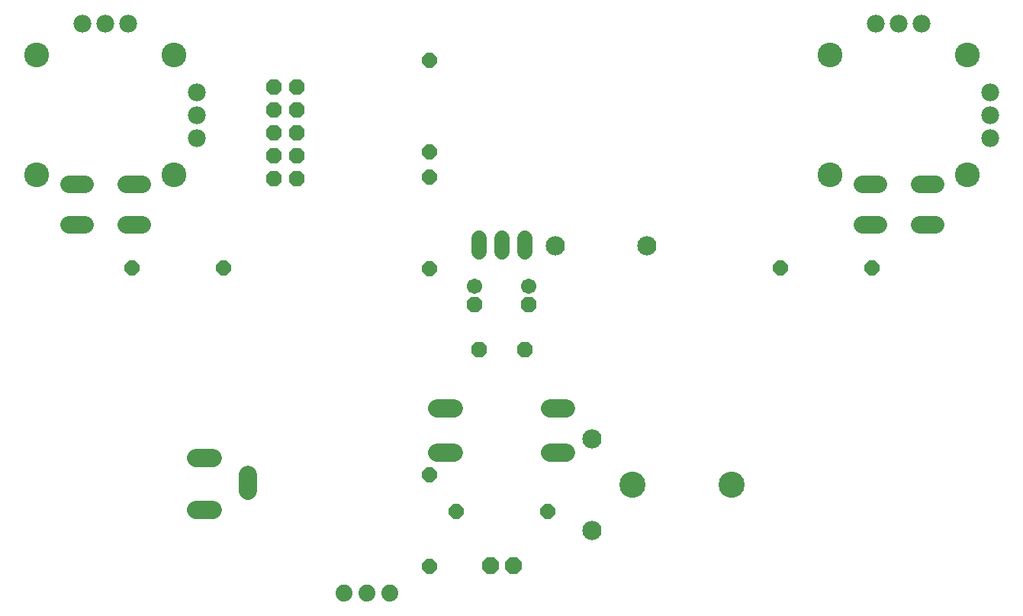
<source format=gbs>
G04 EAGLE Gerber RS-274X export*
G75*
%MOMM*%
%FSLAX34Y34*%
%LPD*%
%INSoldermask Bottom*%
%IPPOS*%
%AMOC8*
5,1,8,0,0,1.08239X$1,22.5*%
G01*
%ADD10P,1.843527X8X22.500000*%
%ADD11C,1.727200*%
%ADD12P,1.852186X8X112.500000*%
%ADD13P,1.767759X8X202.500000*%
%ADD14P,1.767759X8X22.500000*%
%ADD15P,1.767759X8X112.500000*%
%ADD16C,1.879600*%
%ADD17P,2.034460X8X22.500000*%
%ADD18C,2.003200*%
%ADD19C,2.743200*%
%ADD20C,1.981200*%
%ADD21C,1.981200*%
%ADD22C,1.993900*%
%ADD23C,2.133600*%
%ADD24P,1.843527X8X292.500000*%
%ADD25C,1.703200*%
%ADD26C,2.903200*%


D10*
X564600Y240000D03*
X615400Y240000D03*
D11*
X564600Y348080D02*
X564600Y363320D01*
X590000Y363320D02*
X590000Y348080D01*
X615400Y348080D02*
X615400Y363320D01*
D12*
X337300Y429200D03*
X362700Y429200D03*
X337300Y454600D03*
X362700Y454600D03*
X337300Y480000D03*
X362700Y480000D03*
X337300Y505400D03*
X362700Y505400D03*
X337300Y530800D03*
X362700Y530800D03*
D13*
X640800Y60000D03*
X539200Y60000D03*
X1000800Y330000D03*
X899200Y330000D03*
D14*
X179200Y330000D03*
X280800Y330000D03*
D15*
X510000Y459200D03*
X510000Y560800D03*
X510000Y329200D03*
X510000Y430800D03*
D16*
X440000Y-30000D03*
X465400Y-30000D03*
X414600Y-30000D03*
D17*
X577300Y0D03*
X602700Y0D03*
D15*
X510000Y-800D03*
X510000Y100800D03*
D18*
X269000Y120000D02*
X251000Y120000D01*
X251000Y62000D02*
X269000Y62000D01*
X308000Y83000D02*
X308000Y101000D01*
D19*
X226200Y433325D03*
X73800Y433325D03*
X73800Y566675D03*
X226200Y566675D03*
D20*
X124600Y601600D03*
X150000Y601600D03*
X175400Y601600D03*
X251600Y500000D03*
X251600Y525400D03*
X251600Y474600D03*
D21*
X127140Y423800D02*
X109360Y423800D01*
X172860Y423800D02*
X190640Y423800D01*
X190640Y378800D02*
X172860Y378800D01*
X127140Y378800D02*
X109360Y378800D01*
D19*
X1106200Y433325D03*
X953800Y433325D03*
X953800Y566675D03*
X1106200Y566675D03*
D20*
X1004600Y601600D03*
X1030000Y601600D03*
X1055400Y601600D03*
X1131600Y500000D03*
X1131600Y525400D03*
X1131600Y474600D03*
D21*
X1007140Y423800D02*
X989360Y423800D01*
X1052860Y423800D02*
X1070640Y423800D01*
X1070640Y378800D02*
X1052860Y378800D01*
X1007140Y378800D02*
X989360Y378800D01*
D22*
X536470Y125108D02*
X518563Y125108D01*
X643531Y125108D02*
X661438Y125108D01*
X536470Y174892D02*
X518563Y174892D01*
X643531Y174892D02*
X661438Y174892D01*
D23*
X690000Y39200D03*
X690000Y140800D03*
X750800Y355000D03*
X649200Y355000D03*
D24*
X620000Y289840D03*
D25*
X620000Y310160D03*
D24*
X560000Y289840D03*
D25*
X560000Y310160D03*
D26*
X845000Y90000D03*
X735000Y90000D03*
M02*

</source>
